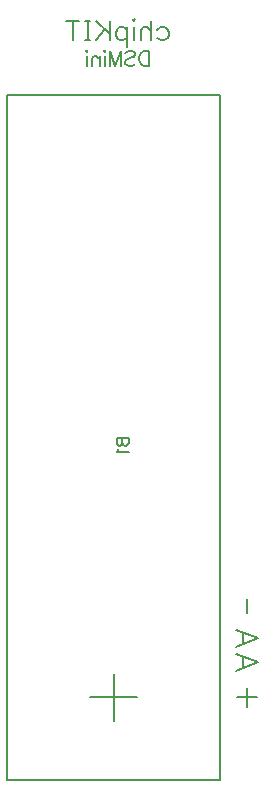
<source format=gbr>
G04 start of page 10 for group -4078 idx -4078 *
G04 Title: (unknown), bottomsilk *
G04 Creator: pcb 1.99z *
G04 CreationDate: Wed Nov 29 11:54:27 2017 UTC *
G04 For: matt *
G04 Format: Gerber/RS-274X *
G04 PCB-Dimensions (mm): 60.96 109.22 *
G04 PCB-Coordinate-Origin: lower left *
%MOMM*%
%FSLAX43Y43*%
%LNBOTTOMSILK*%
%ADD72C,0.150*%
%ADD71C,0.169*%
%ADD70C,0.140*%
%ADD69C,0.191*%
G54D69*X40966Y31339D02*X42603D01*
X41785Y30520D02*Y32157D01*
X42722Y34317D02*X40812Y33589D01*
X42722Y34317D02*X40812Y35045D01*
X41449Y33863D02*Y34772D01*
X42722Y36346D02*X40812Y35618D01*
X42722Y36346D02*X40812Y37073D01*
X41449Y35891D02*Y36801D01*
X41767Y38506D02*Y39700D01*
G54D70*X33500Y84821D02*Y86060D01*
X33087D02*X33500D01*
X33087D02*X32910Y86001D01*
X32792Y85883D01*
X32733Y85765D01*
X32674Y85588D01*
Y85292D02*Y85588D01*
Y85292D02*X32733Y85116D01*
X32792Y84998D01*
X32910Y84880D01*
X33087Y84821D01*
X33500D01*
X31476Y85883D02*X31594Y86001D01*
X31771Y86060D01*
X32007D01*
X32184Y86001D01*
X32302Y85883D01*
Y85765D02*Y85883D01*
Y85765D02*X32243Y85647D01*
X32184Y85588D01*
X32066Y85529D01*
X31712Y85411D01*
X31594Y85352D01*
X31535Y85293D01*
X31476Y85175D01*
Y84998D02*Y85175D01*
Y84998D02*X31594Y84880D01*
X31771Y84821D01*
X32007D01*
X32184Y84880D01*
X32302Y84998D01*
X31104Y84821D02*Y86060D01*
X30632Y84821D01*
X30159Y86060D02*X30632Y84821D01*
X30159D02*Y86060D01*
X29729Y84824D02*Y85650D01*
X29788Y86063D02*X29729Y86004D01*
X29669Y86063D01*
X29729Y86122D01*
X29788Y86063D01*
X29298Y84821D02*Y85647D01*
Y85411D02*X29120Y85588D01*
X29003Y85647D01*
X28825D02*X29003D01*
X28825D02*X28708Y85588D01*
X28648Y85411D01*
Y84821D02*Y85411D01*
X28218Y84824D02*Y85650D01*
X28277Y86063D02*X28218Y86004D01*
X28158Y86063D01*
X28218Y86122D01*
X28277Y86063D01*
G54D71*X34186Y87846D02*X34347Y88007D01*
X34507Y88086D01*
X34749D01*
X34909Y88007D01*
X35070Y87846D01*
X35150Y87605D01*
Y87444D02*Y87605D01*
Y87444D02*X35070Y87203D01*
X34909Y87043D01*
X34749Y86962D01*
X34507D02*X34749D01*
X34507D02*X34347Y87043D01*
X34186Y87203D01*
X33680Y86962D02*Y88648D01*
Y87765D02*X33440Y88006D01*
X33279Y88086D01*
X33038D02*X33279D01*
X33038D02*X32877Y88006D01*
X32797Y87765D01*
Y86962D02*Y87765D01*
X32211Y86966D02*Y88090D01*
X32291Y88653D02*X32211Y88572D01*
X32130Y88653D01*
X32211Y88733D01*
X32291Y88653D01*
X31624Y86400D02*Y88086D01*
Y87846D02*X31464Y88006D01*
X31303Y88086D01*
X31062D02*X31303D01*
X31062D02*X30902Y88006D01*
X30741Y87846D01*
X30661Y87604D01*
Y87444D02*Y87604D01*
Y87444D02*X30741Y87203D01*
X30902Y87043D01*
X31062Y86962D01*
X31303D01*
X31464Y87043D01*
X31624Y87203D01*
X30155Y86962D02*Y88648D01*
X29030D02*X30155Y87524D01*
X29753Y87925D02*X29030Y86962D01*
X28103Y88648D02*X28524D01*
X28314Y86962D02*Y88648D01*
X28103Y86962D02*X28524D01*
X27035D02*Y88648D01*
X26473D02*X27597D01*
G54D72*X21480Y82340D02*Y24340D01*
X39480D01*
Y82340D02*Y24340D01*
X21480Y82340D02*X39480D01*
X28480Y31340D02*X32480D01*
X30480Y33340D02*Y29340D01*
G54D70*X30734Y53340D02*X31750D01*
X30734Y52905D02*Y53340D01*
Y52905D02*X30782Y52760D01*
X30831Y52711D01*
X30928Y52663D01*
X31024D01*
X31121Y52711D01*
X31170Y52760D01*
X31218Y52905D01*
Y53340D01*
Y52905D02*X31266Y52760D01*
X31315Y52711D01*
X31411Y52663D01*
X31556D01*
X31654Y52711D01*
X31702Y52760D01*
X31750Y52905D01*
Y53340D01*
X30927Y52358D02*X30879Y52261D01*
X30734Y52116D01*
X31750D01*
M02*

</source>
